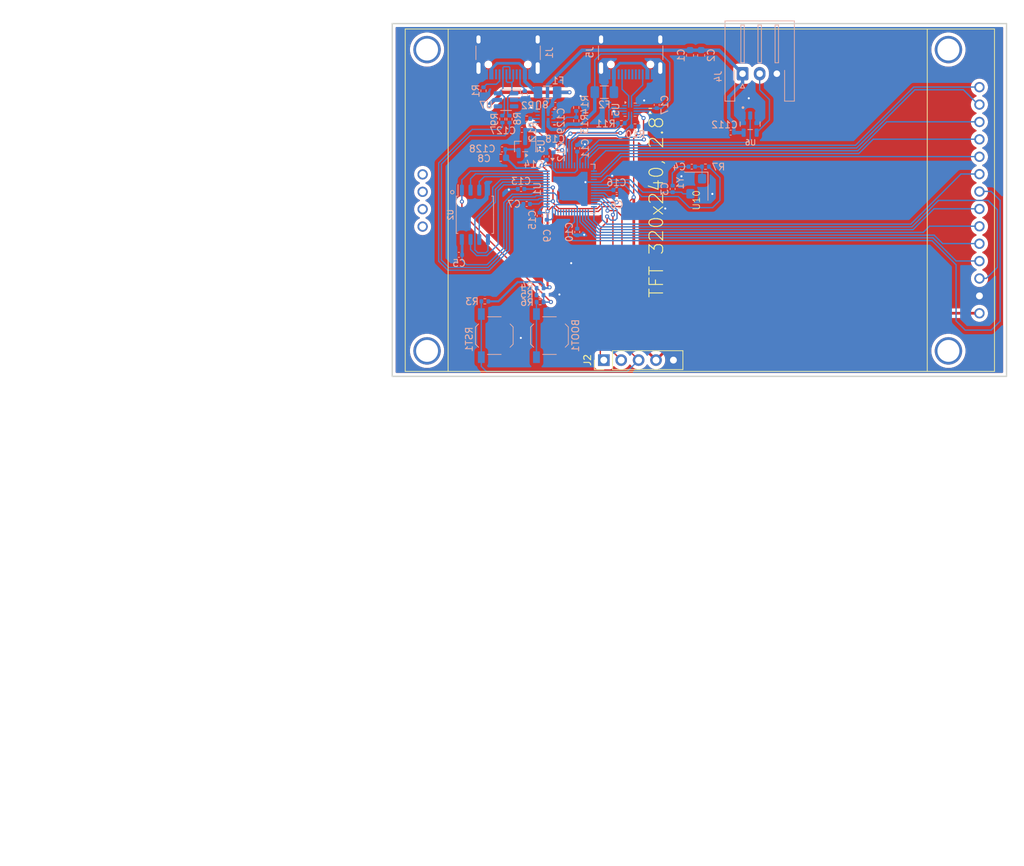
<source format=kicad_pcb>
(kicad_pcb (version 20241229) (generator "pcbnew") (generator_version "9.0")
  (layers (0 "F.Cu" signal) (2 "B.Cu" signal) (13 "F.Paste" user) (15 "B.Paste" user) (5 "F.SilkS" user "F.Silkscreen") (7 "B.SilkS" user "B.Silkscreen") (1 "F.Mask" user) (3 "B.Mask" user) (25 "Edge.Cuts" user))
  (net 0 "")
  (net 1 "Net-(BOOT1-Pad2)")
  (net 2 "+3V3")
  (net 3 "+5V")
  (net 4 "XIN")
  (net 5 "Net-(C4-Pad2)")
  (net 6 "+1V1")
  (net 7 "VBUS")
  (net 8 "VBUS_LED")
  (net 10 "Net-(J1-CC2)")
  (net 12 "D-")
  (net 13 "D+")
  (net 14 "Net-(J1-CC1)")
  (net 15 "SWD")
  (net 16 "SWC")
  (net 17 "RESET")
  (net 18 "RGB5v")
  (net 22 "CC1")
  (net 25 "CC2")
  (net 27 "Net-(R4-Pad1)")
  (net 28 "Q_SEL")
  (net 29 "XOUT")
  (net 30 "Net-(U1-USB_DP)")
  (net 31 "Net-(U1-USB_DM)")
  (net 32 "SDA")
  (net 33 "SCL")
  (net 34 "Net-(U8-ILM)")
  (net 35 "Net-(U8-PR1)")
  (net 37 "Q_IO3")
  (net 38 "Q_IO2")
  (net 39 "RGB3.3")
  (net 41 "Q_IO0")
  (net 44 "POWER_INT")
  (net 47 "DIM_DATA")
  (net 53 "Q_IO1")
  (net 55 "Q_CLK")
  (net 56 "LCD_MISO")
  (net 57 "LCD_SCK")
  (net 58 "LCD_DC")
  (net 59 "LCD_BL_PWM")
  (net 60 "LCD_MOSI")
  (net 61 "LCD_CS")
  (net 62 "LCD_RST")
  (net 68 "Net-(C3-Pad1)")
  (net 69 "GND")
  (net 70 "LCD_T_DO")
  (net 71 "LCD_T_CLK")
  (net 72 "LCD_T_CS")
  (net 73 "LCD_T_IRQ")
  (net 74 "LCD_T_DIN")
  (net 75 "VBUS_LED_SAFE")
  (net 76 "VBUS_SAFE")
  (footprint "ModHob:ILI9341_2.8in_Touch" (layer "F.Cu") (at 155.798 39.31 90)
    (property "Reference" "U10")
    (property "Value" "TFT_320x240")
  )
  (footprint "Connector_PinHeader_2.54mm:PinHeader_1x05_P2.54mm_Vertical" (layer "F.Cu") (at 141.78 62.66 90)
    (property "Reference" "J2")
    (property "Value" "Conn_01x05")
  )
  (footprint "Capacitor_SMD:C_0402_1005Metric" (layer "B.Cu") (at 132.96 29.65 -90)
    (property "Reference" "C18")
    (property "Value" "100nF")
  )
  (footprint "Package_TO_SOT_SMD:SOT-23" (layer "B.Cu") (at 130.3 31.46 90)
    (property "Reference" "U3")
    (property "Value" "XC6206PxxxMR-Regulator_Linear")
  )
  (footprint "Connector_JST:JST_XH_S3B-XH-A-1_1x03_P2.50mm_Horizontal" (layer "B.Cu") (at 162.03 20.83)
    (property "Reference" "J4")
    (property "Value" "Conn_01x03")
  )
  (footprint "Resistor_SMD:R_0402_1005Metric" (layer "B.Cu") (at 144.34 28.06)
    (property "Reference" "R11")
    (property "Value" "5.1k")
  )
  (footprint "Capacitor_SMD:C_0402_1005Metric" (layer "B.Cu") (at 129.7 37.67 180)
    (property "Reference" "C13")
    (property "Value" "100n")
  )
  (footprint "Capacitor_SMD:C_0402_1005Metric" (layer "B.Cu") (at 137.9 43.95 -90)
    (property "Reference" "C10")
    (property "Value" "100n")
  )
  (footprint "Resistor_SMD:R_0402_1005Metric" (layer "B.Cu") (at 128.01 27.47 -90)
    (property "Reference" "R8")
    (property "Value" "27")
  )
  (footprint "Resistor_SMD:R_0402_1005Metric" (layer "B.Cu") (at 130.53 27.4)
    (property "Reference" "R12")
    (property "Value" "665")
  )
  (footprint "Capacitor_SMD:C_0402_1005Metric" (layer "B.Cu") (at 133.46 42.64 -90)
    (property "Reference" "C9")
    (property "Value" "1u")
  )
  (footprint "Capacitor_SMD:C_0402_1005Metric" (layer "B.Cu") (at 120.62 47.28 180)
    (property "Reference" "C5")
    (property "Value" "1u")
  )
  (footprint "Resistor_SMD:R_0402_1005Metric" (layer "B.Cu") (at 126.97 27.46 -90)
    (property "Reference" "R9")
    (property "Value" "27")
  )
  (footprint "Keebio-Parts.pretty-master:SOIC-8_5.23x5.23mm_P1.27mm" (layer "B.Cu") (at 122.965 41.44 -90)
    (property "Reference" "U2")
    (property "Value" "W25Q128JVS")
  )
  (footprint "Resistor_SMD:R_0402_1005Metric" (layer "B.Cu") (at 132.48 54.19)
    (property "Reference" "R6")
    (property "Value" "1k")
  )
  (footprint "Capacitor_SMD:C_0402_1005Metric" (layer "B.Cu") (at 134.4175 31.84 90)
    (property "Reference" "C12")
    (property "Value" "100n")
  )
  (footprint "Resistor_SMD:R_0402_1005Metric" (layer "B.Cu") (at 146.34 28.54)
    (property "Reference" "R10")
    (property "Value" "5.1k")
  )
  (footprint "Resistor_SMD:R_0402_1005Metric" (layer "B.Cu") (at 137.76 25.77 -90)
    (property "Reference" "R14")
    (property "Value" "10k")
  )
  (footprint "Package_DFN_QFN:QFN-56-1EP_7x7mm_P0.4mm_EP3.2x3.2mm" (layer "B.Cu") (at 136.9 37.66 -90)
    (property "Reference" "U1")
    (property "Value" "RP2040")
  )
  (footprint "Resistor_SMD:R_0402_1005Metric" (layer "B.Cu") (at 156.61 34.41)
    (property "Reference" "R7")
    (property "Value" "1k")
  )
  (footprint "Crystal:Crystal_SMD_3225-4Pin_3.2x2.5mm" (layer "B.Cu") (at 155.27 37.27 -90)
    (property "Reference" "Y1")
    (property "Value" "Crystal_GND24")
  )
  (footprint "Fuse:Fuse_1206_3216Metric" (layer "B.Cu") (at 133.57 23.56 180)
    (property "Reference" "F1")
    (property "Value" "3.0A 1206 Polyfuse")
  )
  (footprint "Capacitor_SMD:C_0402_1005Metric" (layer "B.Cu") (at 137.8975 31.73 90)
    (property "Reference" "C11")
    (property "Value" "100n")
  )
  (footprint "Capacitor_SMD:C_0603_1608Metric" (layer "B.Cu") (at 126.73 33.11 180)
    (property "Reference" "C8")
    (property "Value" "10u")
  )
  (footprint "Button_Switch_SMD:SW_SPST_TL3342" (layer "B.Cu") (at 125.8 59.08 90)
    (property "Reference" "RST1")
    (property "Value" "SW_Push")
  )
  (footprint "Resistor_SMD:R_0402_1005Metric" (layer "B.Cu") (at 130.25 23.88 -90)
    (property "Reference" "R2")
    (property "Value" "5.1k")
  )
  (footprint "Capacitor_SMD:C_0402_1005Metric" (layer "B.Cu") (at 132.4175 41.6 -90)
    (property "Reference" "C15")
    (property "Value" "100n")
  )
  (footprint "Resistor_SMD:R_0402_1005Metric" (layer "B.Cu") (at 132.46 53.17 180)
    (property "Reference" "R5")
    (property "Value" "5.1k")
  )
  (footprint "Resistor_SMD:R_0402_1005Metric" (layer "B.Cu") (at 124.42 54.08)
    (property "Reference" "R3")
    (property "Value" "5.1k")
  )
  (footprint "PCM_marbastlib-various:USB_C_Receptacle_HRO_TYPE-C-31-M-12" (layer "B.Cu") (at 145.7 16.88)
    (property "Reference" "J5")
    (property "Value" "USB_C_Receptacle_USB2.0_16P")
  )
  (footprint "Capacitor_SMD:C_0402_1005Metric" (layer "B.Cu") (at 143.66 37.82)
    (property "Reference" "C16")
    (property "Value" "100n")
  )
  (footprint "Fuse:Fuse_1206_3216Metric" (layer "B.Cu") (at 141.86 23.53)
    (property "Reference" "F2")
    (property "Value" "3.0A 1206 Polyfuse")
  )
  (footprint "Capacitor_SMD:C_0402_1005Metric" (layer "B.Cu") (at 149.5 25.39 90)
    (property "Reference" "C17")
    (property "Value" "100nF")
  )
  (footprint "Capacitor_SMD:C_0402_1005Metric" (layer "B.Cu") (at 130.52 39.86 180)
    (property "Reference" "C7")
    (property "Value" "100n")
  )
  (footprint "Capacitor_SMD:C_0402_1005Metric" (layer "B.Cu") (at 143.67 38.83)
    (property "Reference" "C6")
    (property "Value" "1u")
  )
  (footprint "Capacitor_SMD:C_0402_1005Metric" (layer "B.Cu") (at 160.29 29.44 180)
    (property "Reference" "C112")
    (property "Value" "0.1uF")
  )
  (footprint "PCM_marbastlib-various:USB_C_Receptacle_HRO_TYPE-C-31-M-12" (layer "B.Cu") (at 127.81 16.88)
    (property "Reference" "J1")
    (property "Value" "USB_C_Receptacle_USB2.0_16P")
  )
  (footprint "Resistor_SMD:R_0402_1005Metric" (layer "B.Cu") (at 132.48 52.14)
    (property "Reference" "R4")
    (property "Value" "5.1k")
  )
  (footprint "TPS2121RUXT:RUX0012A" (layer "B.Cu") (at 133.28 27.150001 -90)
    (property "Reference" "U8")
    (property "Value" "TPS2121RUXT")
  )
  (footprint "Capacitor_SMD:C_0603_1608Metric" (layer "B.Cu") (at 154.37 18.16 -90)
    (property "Reference" "C1")
    (property "Value" "1000u")
  )
  (footprint "Capacitor_SMD:C_0402_1005Metric" (layer "B.Cu") (at 129.83 29.04 180)
    (property "Reference" "C127")
    (property "Value" "1uF")
  )
  (footprint "Capacitor_SMD:C_0402_1005Metric" (layer "B.Cu") (at 133.4175 32.92 90)
    (property "Reference" "C14")
    (property "Value" "100n")
  )
  (footprint "Resistor_SMD:R_0402_1005Metric" (layer "B.Cu") (at 124.22 23.33 90)
    (property "Reference" "R1")
    (property "Value" "5.1k")
  )
  (footprint "Button_Switch_SMD:SW_SPST_TL3342" (layer "B.Cu") (at 133.85 59.08 90)
    (property "Reference" "BOOT1")
    (property "Value" "SW_Push")
  )
  (footprint "Capacitor_SMD:C_0402_1005Metric" (layer "B.Cu") (at 126.93 31.88 180)
    (property "Reference" "C128")
    (property "Value" "1uF")
  )
  (footprint "Resistor_SMD:R_0402_1005Metric" (layer "B.Cu") (at 137.76 27.71 -90)
    (property "Reference" "R13")
    (property "Value" "30k")
  )
  (footprint "PCM_marbastlib-various:SOT-23-6-routable" (layer "B.Cu") (at 127.5125 24.65 180)
    (property "Reference" "U7")
    (property "Value" "SRV05-4")
  )
  (footprint "Capacitor_SMD:C_0402_1005Metric" (layer "B.Cu") (at 154.62 34.41)
    (property "Reference" "C4")
    (property "Value" "22p")
  )
  (footprint "Capacitor_SMD:C_0402_1005Metric" (layer "B.Cu") (at 134.7 25.4)
    (property "Reference" "C129")
    (property "Value" "100nF")
  )
  (footprint "Package_DFN_QFN:Texas_X2QFN-12_1.6x1.6mm_P0.4mm" (layer "B.Cu") (at 145.62 26.09 -90)
    (property "Reference" "U5")
    (property "Value" "TUSB320")
  )
  (footprint "SN74AHCT1G125DBVR:SOT95P280X145-5N" (layer "B.Cu") (at 163.14 28.19 -90)
    (property "Reference" "U6")
    (property "Value" "SN74AHCT1G125DBVR")
  )
  (footprint "Capacitor_SMD:C_0603_1608Metric" (layer "B.Cu") (at 155.99 18.16 -90)
    (property "Reference" "C2")
    (property "Value" "0.1u")
  )
  (footprint "Capacitor_SMD:C_0402_1005Metric" (layer "B.Cu") (at 151.83 37.66 -90)
    (property "Reference" "C3")
    (property "Value" "22p")
  )
  (gr_rect (start 110.9 13.51) (end 200.56 65.03) (stroke (width 0.2)) (fill no) (layer "Edge.Cuts"))
  (segment (start 131.95 62.23) (end 131.95 55.93) (width 0.2) (layer "B.Cu") (net 1))
  (segment (start 131.95 55.93) (end 131.95 54.21) (width 0.2) (layer "B.Cu") (net 1))
  (segment (start 131.95 54.21) (end 131.97 54.19) (width 0.2) (layer "B.Cu") (net 1))
  (segment (start 149.4 62.66) (end 156.25 55.81) (width 0.4) (layer "F.Cu") (net 2))
  (segment (start 146.16 38.898) (end 146.16 59.42) (width 0.4) (layer "F.Cu") (net 2))
  (segment (start 134.3429 40.23) (end 134.2775 40.23) (width 0.2) (layer "F.Cu") (net 2))
  (segment (start 133.5675 40.94) (end 133.5675 51.7375) (width 0.3) (layer "F.Cu") (net 2))
  (segment (start 135.0529 40.94) (end 134.3429 40.23) (width 0.2) (layer "F.Cu") (net 2))
  (segment (start 146.141 38.879) (end 146.141 30.229) (width 0.2) (layer "F.Cu") (net 2))
  (segment (start 134.2775 40.23) (end 133.5675 40.94) (width 0.2) (layer "F.Cu") (net 2))
  (segment (start 133.5675 51.7375) (end 133.86 52.03) (width 0.3) (layer "F.Cu") (net 2))
  (segment (start 146.141 30.229) (end 146.85 29.52) (width 0.2) (layer "F.Cu") (net 2))
  (segment (start 133.5675 40.94) (end 133.5675 35.06) (width 0.2) (layer "F.Cu") (net 2))
  (segment (start 140.9771 40.94) (end 135.0529 40.94) (width 0.2) (layer "F.Cu") (net 2))
  (segment (start 144.79 40.23) (end 141.6871 40.23) (width 0.2) (layer "F.Cu") (net 2))
  (segment (start 146.141 38.879) (end 146.16 38.898) (width 0.3) (layer "F.Cu") (net 2))
  (segment (start 133.5675 35.06) (end 132.7275 34.22) (width 0.2) (layer "F.Cu") (net 2))
  (segment (start 141.6871 40.23) (end 140.9771 40.94) (width 0.2) (layer "F.Cu") (net 2))
  (segment (start 156.25 55.81) (end 196.39 55.81) (width 0.4) (layer "F.Cu") (net 2))
  (segment (start 146.141 38.879) (end 144.79 40.23) (width 0.2) (layer "F.Cu") (net 2))
  (segment (start 196.39 55.81) (end 196.4 55.8) (width 0.4) (layer "F.Cu") (net 2))
  (segment (start 146.16 59.42) (end 149.4 62.66) (width 0.4) (layer "F.Cu") (net 2))
  (via (at 133.5675 40.94) (size 0.6) (drill 0.3) (layers "F.Cu" "B.Cu") (net 2))
  (via (at 132.7275 34.22) (size 0.6) (drill 0.3) (layers "F.Cu" "B.Cu") (net 2))
  (via (at 146.85 29.52) (size 0.6) (drill 0.3) (layers "F.Cu" "B.Cu") (net 2))
  (via (at 133.86 52.03) (size 0.6) (drill 0.3) (layers "F.Cu" "B.Cu") (net 2))
  (via (at 146.141 38.879) (size 0.6) (drill 0.3) (layers "F.Cu" "B.Cu") (net 2))
  (segment (start 135.4325 39.96) (end 134.96 39.4875) (width 0.2) (layer "B.Cu") (net 2))
  (segment (start 136.815077 28.83645) (end 143.43645 28.83645) (width 0.2) (layer "B.Cu") (net 2))
  (segment (start 134.2975 34.22) (end 134.3 34.2225) (width 0.2) (layer "B.Cu") (net 2))
  (segment (start 132.99 51.66) (end 132.99 52.14) (width 0.3) (layer "B.Cu") (net 2))
  (segment (start 137.5975 39.96) (end 137.9 40.2625) (width 0.2) (layer "B.Cu") (net 2))
  (segment (start 134.96 38.66) (end 134.96 39.4875) (width 0.2) (layer "B.Cu") (net 2))
  (segment (start 135.899 30.8385) (end 135.899 29.752527) (width 0.2) (layer "B.Cu") (net 2))
  (segment (start 142.991057 25.709) (end 142.52 26.180057) (width 0.2) (layer "B.Cu") (net 2))
  (segment (start 137.9 41.0975) (end 137.9 43.47) (width 0.2) (layer "B.Cu") (net 2))
  (segment (start 132.79 40.26) (end 133.4625 40.26) (width 0.2) (layer "B.Cu") (net 2))
  (segment (start 132.4175 41.12) (end 133.3875 41.12) (width 0.2) (layer "B.Cu") (net 2))
  (segment (start 137.9 33.6725) (end 137.8975 33.67) (width 0.2) (layer "B.Cu") (net 2))
  (segment (start 133.4625 38.26) (end 134.56 38.26) (width 0.2) (layer "B.Cu") (net 2))
  (segment (start 143.488943 25.709) (end 142.991057 25.709) (width 0.2) (layer "B.Cu") (net 2))
  (segment (start 129.21 51.26) (end 132.59 51.26) (width 0.3) (layer "B.Cu") (net 2))
  (segment (start 121.1 45.08) (end 121.06 45.04) (width 0.2) (layer "B.Cu") (net 2))
  (segment (start 137.9 34.9275) (end 137.5575 35.27) (width 0.2) (layer "B.Cu") (net 2))
  (segment (start 121.1 48.08) (end 121.1 47.28) (width 0.2) (layer "B.Cu") (net 2))
  (segment (start 146.85 29.52) (end 146.85 28.54) (width 0.2) (layer "B.Cu") (net 2))
  (segment (start 124.7239 48.729) (end 121.749 48.729) (width 0.2) (layer "B.Cu") (net 2))
  (segment (start 143.14 37.86) (end 143.84 37.16) (width 0.2) (layer "B.Cu") (net 2))
  (segment (start 132.4175 40.6325) (end 132.79 40.26) (width 0.2) (layer "B.Cu") (net 2))
  (segment (start 126.39 54.08) (end 129.21 51.26) (width 0.3) (layer "B.Cu") (net 2))
  (segment (start 146.141 38.42953) (end 146.141 38.879) (width 0.2) (layer "B.Cu") (net 2))
  (segment (start 143.43645 28.83645) (end 143.83 28.4429) (width 0.2) (layer "B.Cu") (net 2))
  (segment (start 137.5975 39.96) (end 135.4325 39.96) (width 0.2) (layer "B.Cu") (net 2))
  (segment (start 132.4175 41.12) (end 132.4175 40.6325) (width 0.2) (layer "B.Cu") (net 2))
  (segment (start 129.004 34.609) (end 132.3385 34.609) (width 0.3) (layer "B.Cu") (net 2))
  (segment (start 134.4175 32.32) (end 134.299 32.4385) (width 0.2) (layer "B.Cu") (net 2))
  (segment (start 134.3 41.0975) (end 134.3 40.48) (width 0.2) (layer "B.Cu") (net 2))
  (segment (start 133.4175 33.4) (end 133.4175 33.53) (width 0.2) (layer "B.Cu") (net 2))
  (segment (start 129.35 32.3975) (end 128.8325 31.88) (width 0.3) (layer "B.Cu") (net 2))
  (segment (start 134.82 39.96) (end 135.4325 39.96) (width 0.2) (layer "B.Cu") (net 2))
  (segment (start 143.83 28.4429) (end 143.83 28.06) (width 0.2) (layer "B.Cu") (net 2))
  (segment (start 134.3 41.92) (end 134.3 41.0975) (width 0.2) (layer "B.Cu") (net 2))
  (segment (start 134.4175 32.32) (end 135.899 30.8385) (width 0.2) (layer "B.Cu") (net 2))
  (segment (start 134.3 40.48) (end 134.82 39.96) (width 0.2) (layer "B.Cu") (net 2))
  (segment (start 121.1 47.28) (end 121.1 45.08) (width 0.4) (layer "B.Cu") (net 2))
  (segment (start 133.4625 38.26) (end 131.389 38.26) (width 0.2) (layer "B.Cu") (net 2))
  (segment (start 134.812226 35.27) (end 134.3 34.757774) (width 0.2) (layer "B.Cu") (net 2))
  (segment (start 131.23 38.419) (end 128.4139 38.419) (width 0.2) (layer "B.Cu") (net 2))
  (segment (start 133.4625 37.86) (end 133.4625 38.26) (width 0.2) (layer "B.Cu") (net 2))
  (segment (start 143.669943 25.89) (end 143.488943 25.709) (width 0.2) (layer "B.Cu") (net 2))
  (segment (start 132.3385 34.609) (end 132.7275 34.22) (width 0.3) (layer "B.Cu") (net 2))
  (segment (start 133.4175 33.53) (end 132.7275 34.22) (width 0.2) (layer "B.Cu") (net 2))
  (segment (start 132.7275 34.22) (end 134.2975 34.22) (width 0.2) (layer "B.Cu") (net 2))
  (segment (start 144.87147 37.16) (end 146.141 38.42953) (width 0.2) (layer "B.Cu") (net 2))
  (segment (start 137.5575 35.27) (end 134.812226 35.27) (width 0.2) (layer "B.Cu") (net 2))
  (segment (start 121.749 48.729) (end 121.1 48.08) (width 0.2) (layer "B.Cu") (net 2))
  (segment (start 127.19 46.2629) (end 124.7239 48.729) (width 0.2) (layer "B.Cu") (net 2))
  (segment (start 144.795 25.89) (end 143.669943 25.89) (width 0.2) (layer "B.Cu") (net 2))
  (segment (start 131.389 38.26) (end 131.23 38.419) (width 0.2) (layer "B.Cu") (net 2))
  (segment (start 128.4139 38.419) (end 127.19 39.6429) (width 0.2) (layer "B.Cu") (net 2))
  (segment (start 142.52 26.180057) (end 142.52 27.61) (width 0.2) (layer "B.Cu") (net 2))
  (segment (start 132.99 52.14) (end 133.75 52.14) (width 0.3) (layer "B.Cu") (net 2))
  (segment (start 134.3 34.757774) (end 134.3 34.2225) (width 0.2) (layer "B.Cu") (net 2))
  (segment (start 133.5675 42.0525) (end 133.46 42.16) (width 0.2) (layer "B.Cu") (net 2))
  (segment (start 128.8325 31.88) (end 127.41 31.88) (width 0.3) (layer "B.Cu") (net 2))
  (segment (start 134.06 42.16) (end 134.3 41.92) (width 0.2) (layer "B.Cu") (net 2))
  (segment (start 134.56 38.26) (end 134.96 38.66) (width 0.2) (layer "B.Cu") (net 2))
  (segment (start 127.19 39.6429) (end 127.19 46.2629) (width 0.2) (layer "B.Cu") (net 2))
  (segment (start 132.59 51.26) (end 132.99 51.66) (width 0.3) (layer "B.Cu") (net 2))
  (segment (start 127.505 33.11) (end 129.004 34.609) (width 0.3) (layer "B.Cu") (net 2))
  (segment (start 135.899 29.752527) (end 136.815077 28.83645) (width 0.2) (layer "B.Cu") (net 2))
  (segment (start 137.8975 33.67) (end 137.8975 32.21) (width 0.2) (layer "B.Cu") (net 2))
  (segment (start 143.84 37.16) (end 144.87147 37.16) (width 0.2) (layer "B.Cu") (net 2))
  (segment (start 133.4625 40.26) (end 133.4625 39.961) (width 0.2) (layer "B.Cu") (net 2))
  (segment (start 142.97 28.06) (end 143.83 28.06) (width 0.2) (layer "B.Cu") (net 2))
  (segment (start 134.299 32.4385) (end 134.299 34.2225) (width 0.2) (layer "B.Cu") (net 2))
  (segment (start 133.75 52.14) (end 133.86 52.03) (width 0.2) (layer "B.Cu") (net 2))
  (segment (start 142.52 27.61) (end 142.97 28.06) (width 0.2) (layer "B.Cu") (net 2))
  (segment (start 124.93 54.08) (end 126.39 54.08) (width 0.3) (layer "B.Cu") (net 2))
  (segment (start 129.36 32.4075) (end 129.35 32.3975) (width 0.3) (layer "B.Cu") (net 2))
  (segment (start 137.9 34.2225) (end 137.9 33.6725) (width 0.2) (layer "B.Cu") (net 2))
  (segment (start 137.9 40.2625) (end 137.9 41.0975) (width 0.2) (layer "B.Cu") (net 2))
  (segment (start 127.41 31.88) (end 127.41 33.015) (width 0.3) (layer "B.Cu") (net 2))
  (segment (start 133.46 42.16) (end 134.06 42.16) (width 0.2) (layer "B.Cu") (net 2))
  (segment (start 127.41 33.015) (end 127.505 33.11) (width 0.3) (layer "B.Cu") (net 2))
  (segment (start 133.3875 41.12) (end 133.5675 40.94) (width 0.2) (layer "B.Cu") (net 2))
  (segment (start 133.5675 40.94) (end 133.5675 42.0525) (width 0.2) (layer "B.Cu") (net 2))
  (segment (start 140.3375 37.86) (end 143.14 37.86) (width 0.2) (layer "B.Cu") (net 2))
  (segment (start 137.9 34.2225) (end 137.9 34.9275) (width 0.2) (layer "B.Cu") (net 2))
  (segment (start 132.96 29.17) (end 131.6525 29.17) (width 0.5) (layer "B.Cu") (net 3))
  (segment (start 131.6525 29.17) (end 131.5225 29.04) (width 0.5) (layer "B.Cu") (net 3))
  (segment (start 160.77 28.025) (end 160.77 29.44) (width 0.5) (layer "B.Cu") (net 3))
  (segment (start 138.62 17.4) (end 158.6 17.4) (width 0.5) (layer "B.Cu") (net 3))
  (segment (start 130.31 29.04) (end 130.31 30.5125) (width 0.5) (layer "B.Cu") (net 3))
  (segment (start 160.02 27.275) (end 160.77 28.025) (width 0.5) (layer "B.Cu") (net 3))
  (segment (start 162.03 20.83) (end 162.03 22.22) (width 0.5) (layer "B.Cu") (net 3))
  (segment (start 132.955002 26.475001) (end 132.955002 27.825001) (width 0.5) (layer "B.Cu") (net 3))
  (segment (start 131.5225 29.04) (end 130.31 29.04) (width 0.5) (layer "B.Cu") (net 3))
  (segment (start 160.77 29.44) (end 162.185 29.44) (width 0.5) (layer "B.Cu") (net 3))
  (segment (start 133.56 24.91) (end 133.56 22.46) (width 0.5) (layer "B.Cu") (net 3))
  (segment (start 160.02 24.23) (end 160.02 27.275) (width 0.5) (layer "B.Cu") (net 3))
  (segment (start 132.955002 27.825001) (end 132.955002 29.165002) (width 0.5) (layer "B.Cu") (net 3))
  (segment (start 162.185 29.44) (end 162.19 29.445) (width 0.5) (layer "B.Cu") (net 3))
  (segment (start 133.56 22.46) (end 138.62 17.4) (width 0.5) (layer "B.Cu") (net 3))
  (segment (start 132.955002 26.475001) (end 132.955002 25.514998) (width 0.5) (layer "B.Cu") (net 3))
  (segment (start 162.03 22.22) (end 160.02 24.23) (width 0.5) (layer "B.Cu") (net 3))
  (segment (start 158.6 17.4) (end 162.03 20.83) (width 0.5) (layer "B.Cu") (net 3))
  (segment (start 132.955002 29.165002) (end 132.96 29.17) (width 0.5) (layer "B.Cu") (net 3))
  (segment (start 132.955002 25.514998) (end 133.56 24.91) (width 0.5) (layer "B.Cu") (net 3))
  (segment (start 130.31 30.5125) (end 130.3 30.5225) (width 0.5) (layer "B.Cu") (net 3))
  (segment (start 153.35 38.37) (end 153.12 38.14) (width 0.2) (layer "B.Cu") (net 4))
  (segment (start 147.47 38.14) (end 146.06 36.73) (width 0.2) (layer "B.Cu") (net 4))
  (segment (start 145.65 36.33) (end 142.9 36.33) (width 0.2) (layer "B.Cu") (net 4))
  (segment (start 153.12 38.14) (end 147.47 38.14) (width 0.2) (layer "B.Cu") (net 4))
  (segment (start 154.42 38.37) (end 153.35 38.37) (width 0.2) (layer "B.Cu") (net 4))
  (segment (start 146.06 36.73) (end 146.05 36.73) (width 0.2) (layer "B.Cu") (net 4))
  (segment (start 146.05 36.73) (end 145.65 36.33) (width 0.2) (layer "B.Cu") (net 4))
  (segment (start 142.17 37.06) (end 140.3375 37.06) (width 0.2) (layer "B.Cu") (net 4))
  (segment (start 142.9 36.33) (end 142.17 37.06) (width 0.2) (layer "B.Cu") (net 4))
  (segment (start 155.1 34.41) (end 156.1 34.41) (width 0.2) (layer "B.Cu") (net 5))
  (segment (start 156.12 36.17) (end 156.12 34.43) (width 0.2) (layer "B.Cu") (net 5))
  (segment (start 134.36 37.47) (end 134.35 37.46) (width 0.2) (layer "F.Cu") (net 6))
  (segment (start 134.36 39.68) (end 134.36 39.469088) (width 0.2) (layer "F.Cu") (net 6))
  (segment (start 141.72 39.63) (end 140.811 40.539) (width 0.2) (layer "F.Cu") (net 6))
  (segment (start 140.811 40.539) (end 135.219 40.539) (width 0.2) (layer "F.Cu") (net 6))
  (segment (start 143.63951 39.63) (end 141.72 39.63) (width 0.2) (layer "F.Cu") (net 6))
  (segment (start 143.649755 39.619755) (end 143.63951 39.63) (width 0.2) (layer "F.Cu") (net 6))
  (segment (start 135.219 40.539) (end 134.36 39.68) (width 0.2) (layer "F.Cu") (net 6))
  (segment (start 134.36 39.469088) (end 134.36 37.47) (width 0.2) (layer "F.Cu") (net 6))
  (via (at 143.649755 39.619755) (size 0.6) (drill 0.3) (layers "F.Cu" "B.Cu") (net 6))
  (via (at 134.35 37.46) (size 0.6) (drill 0.3) (layers "F.Cu" "B.Cu") (net 6))
  (via (at 134.36 39.469088) (size 0.6) (drill 0.3) (layers "F.Cu" "B.Cu") (net 6))
  (segment (start 142.45 38.83) (end 141.88 38.26) (width 0.2) (layer "B.Cu") (net 6))
  (segment (start 143.13 39.1) (end 143.13 38.89) (width 0.2) (layer "B.Cu") (net 6))
  (segment (start 143.649755 39.619755) (end 143.13 39.1) (width 0.2) (layer "B.Cu") (net 6))
  (segment (start 132.68 39.46) (end 132.29 39.85) (width 0.2) (layer "B.Cu") (net 6))
  (segment (start 134.35 37.46) (end 133.4625 37.46) (width 0.2) (layer "B.Cu") (net 6))
  (segment (start 133.4625 37.46) (end 131.77 37.46) (width 0.2) (layer "B.Cu") (net 6))
  (segment (start 143.19 38.83) (end 142.45 38.83) (width 0.2) (layer "B.Cu") (net 6))
  (segment (start 141.88 38.26) (end 140.3375 38.26) (width 0.2) (layer "B.Cu") (net 6))
  (segment (start 131.01 39.85) (end 131 39.86) (width 0.2) (layer "B.Cu") (net 6))
  (segment (start 131.77 37.46) (end 131.56 37.67) (width 0.2) (layer "B.Cu") (net 6))
  (segment (start 143.13 38.89) (end 143.19 38.83) (width 0.2) (layer "B.Cu") (net 6))
  (segment (start 133.4625 39.46) (end 132.68 39.46) (width 0.2) (layer "B.Cu") (net 6))
  (segment (start 134.350912 39.46) (end 134.36 39.469088) (width 0.2) (layer "B.Cu") (net 6))
  (segment (start 131.56 37.67) (end 130.18 37.67) (width 0.2) (layer "B.Cu") (net 6))
  (segment (start 133.4625 39.46) (end 134.350912 39.46) (width 0.2) (layer "B.Cu") (net 6))
  (segment (start 132.29 39.85) (end 131.01 39.85) (width 0.2) (layer "B.Cu") (net 6))
  (segment (start 130.26 21.952) (end 131.868 23.56) (width 0.5) (layer "B.Cu") (net 7))
  (segment (start 129.409 19.309) (end 130.26 20.16) (width 0.4) (layer "B.Cu") (net 7))
  (segment (start 130.26 20.16) (end 130.26 20.925) (width 0.4) (layer "B.Cu") (net 7))
  (segment (start 125.36 20.15) (end 126.201 19.309) (width 0.4) (layer "B.Cu") (net 7))
  (segment (start 131.868 23.56) (end 132.17 23.56) (width 0.5) (layer "B.Cu") (net 7))
  (segment (start 126.201 19.309) (end 129.409 19.309) (width 0.4) (layer "B.Cu") (net 7))
  (segment (start 130.26 20.925) (end 130.26 21.952) (width 0.5) (layer "B.Cu") (net 7))
  (segment (start 125.36 20.925) (end 125.36 20.15) (width 0.4) (layer "B.Cu") (net 7))
  (segment (start 144.131 19.299) (end 147.289 19.299) (width 0.4) (layer "B.Cu") (net 8))
  (segment (start 143.25 23.52) (end 143.26 23.53) (width 0.2) (layer "B.Cu") (net 8))
  (segment (start 143.24 20.19) (end 144.131 19.299) (width 0.4) (layer "B.Cu") (net 8))
  (segment (start 147.289 19.299) (end 148.14 20.15) (width 0.4) (layer "B.Cu") (net 8))
  (segment (start 143.25 20.925) (end 143.25 23.52) (width 0.5) (layer "B.Cu") (net 8))
  (segment (start 143.24 20.915) (end 143.24 20.19) (width 0.4) (layer "B.Cu") (net 8))
  (segment (start 130.25 23.08) (end 130.25 23.37) (width 0.2) (layer "B.Cu") (net 10))
  (segment (start 129.56 20.925) (end 129.56 22.39) (width 0.2) (layer "B.Cu") (net 10))
  (segment (start 129.56 22.39) (end 130.25 23.08) (width 0.2) (layer "B.Cu") (net 10))
  (segment (start 127.2635 24.2035) (end 127.2635 26.6565) (width 0.2) (layer "B.Cu") (net 12))
  (segment (start 127.2635 26.6565) (end 126.97 26.95) (width 0.2) (layer "B.Cu") (net 12))
  (segment (start 126.76 23.7) (end 127.2635 24.2035) (width 0.2) (layer "B.Cu") (net 12))
  (segment (start 128.06 20.925) (end 128.06 19.948) (width 0.2) (layer "B.Cu") (net 12))
  (segment (start 127.198 19.81) (end 127.06 19.948) (width 0.2) (layer "B.Cu") (net 12))
  (segment (start 127.06 22.9775) (end 126.3375 23.7) (width 0.2) (layer "B.Cu") (net 12))
  (segment (start 127.06 20.925) (end 127.06 22.9775) (width 0.2) (layer "B.Cu") (net 12))
  (segment (start 127.06 19.948) (end 127.06 20.925) (width 0.2) (layer "B.Cu") (net 12))
  (segment (start 127.922 19.81) (end 127.198 19.81) (width 0.2) (layer "B.Cu") (net 12))
  (segment (start 128.06 19.948) (end 127.922 19.81) (width 0.2) (layer "B.Cu") (net 12))
  (segment (start 126.3375 23.7) (end 126.76 23.7) (width 0.2) (layer "B.Cu") (net 12))
  (segment (start 127.56 21.95) (end 127.71 22.1) (width 0.2) (layer "B.Cu") (net 13))
  (segment (start 128.362 22.1) (end 128.362 23.3745) (width 0.2) (layer "B.Cu") (net 13))
  (segment (start 127.7615 24.1985) (end 127.7615 26.7115) (width 0.2) (layer "B.Cu") (net 13))
  (segment (start 128.6875 23.7) (end 128.26 23.7) (width 0.2) (layer "B.Cu") (net 13))
  (segment (start 128.26 23.7) (end 127.7615 24.1985) (width 0.2) (layer "B.Cu") (net 13))
  (segment (start 127.71 22.1) (end 128.362 22.1) (width 0.2) (layer "B.Cu") (net 13))
  (segment (start 127.56 20.925) (end 127.56 21.95) (width 0.2) (layer "B.Cu") (net 13))
  (segment (start 128.56 21.902) (end 128.56 20.925) (width 0.2) (layer "B.Cu") (net 13))
  (segment (start 127.7615 26.7115) (end 128.01 26.96) (width 0.2) (layer "B.Cu") (net 13))
  (segment (start 128.362 22.1) (end 128.56 21.902) (width 0.2) (layer "B.Cu") (net 13))
  (segment (start 128.362 23.3745) (end 128.6875 23.7) (width 0.2) (layer "B.Cu") (net 13))
  (segment (start 126.092 22.37) (end 124.67 22.37) (width 0.2) (layer "B.Cu") (net 14))
  (segment (start 126.56 21.902) (end 126.092 22.37) (width 0.2) (layer "B.Cu") (net 14))
  (segment (start 124.67 22.37) (end 124.22 22.82) (width 0.2) (layer "B.Cu") (net 14))
  (segment (start 126.56 20.925) (end 126.56 21.902) (width 0.2) (layer "B.Cu") (net 14))
  (segment (start 143.11 61.45) (end 144.32 62.66) (width 0.2) (layer "F.Cu") (net 15))
  (segment (start 143.11 41.43) (end 143.11 61.45) (width 0.2) (layer "F.Cu") (net 15))
  (via (at 143.11 41.43) (size 0.6) (drill 0.3) (layers "F.Cu" "B.Cu") (net 15))
  (segment (start 143.22 41.32) (end 143.22 40.79) (width 0.2) (layer "B.Cu") (net 15))
  (segment (start 143.11 41.43) (end 143.22 41.32) (width 0.2) (layer "B.Cu") (net 15))
  (segment (start 141.49 39.06) (end 140.3375 39.06) (width 0.2) (layer "B.Cu") (net 15))
  (segment (start 143.22 40.79) (end 141.49 39.06) (width 0.2) (layer "B.Cu") (net 15))
  (segment (start 142.26 41.69) (end 142.26 42.47) (width 0.2) (layer "F.Cu") (net 16))
  (segment (start 141.27 43.46) (end 141.27 62.15) (width 0.2) (layer "F.Cu") (net 16))
  (segment (start 142.26 42.47) (end 141.27 43.46) (width 0.2) (layer "F.Cu") (net 16))
  (segment (start 141.27 62.15) (end 141.78 62.66) (width 0.2) (layer "F.Cu") (net 16))
  (via (at 142.26 41.69) (size 0.6) (drill 0.3) (layers "F.Cu" "B.Cu") (net 16))
  (segment (start 142.26 41.69) (end 142.79 42.22) (width 0.2) (layer "B.Cu") (net 16))
  (segment (start 143.71 41.962185) (end 143.71 40.71) (width 0.2) (layer "B.Cu") (net 16))
  (segment (start 142.79 42.22) (end 143.452185 42.22) (width 0.2) (layer "B.Cu") (net 16))
  (segment (start 141.66 38.66) (end 140.3375 38.66) (width 0.2) (layer "B.Cu") (net 16))
  (segment (start 143.452185 42.22) (end 143.71 41.962185) (width 0.2) (layer "B.Cu") (net 16))
  (segment (start 143.71 40.71) (end 141.66 38.66) (width 0.2) (layer "B.Cu") (net 16))
  (segment (start 144.43 60.23) (end 146.86 62.66) (width 0.2) (layer "F.Cu") (net 17))
  (segment (start 144.43 41.65) (end 144.43 60.23) (width 0.2) (layer "F.Cu") (net 17))
  (segment (start 142.32 40.83) (end 143.61 40.83) (width 0.2) (layer "F.Cu") (net 17))
  (segment (start 143.61 40.83) (end 144.43 41.65) (width 0.2) (layer "F.Cu") (net 17))
  (via (at 142.32 40.83) (size 0.6) (drill 0.3) (layers "F.Cu" "B.Cu") (net 17))
  (segment (start 141.32 39.46) (end 140.3375 39.46) (width 0.2) (layer "B.Cu") (net 17))
  (segment (start 123.9 62.23) (end 123.9 63.57) (width 0.2) (layer "B.Cu") (net 17))
  (segment (start 145.2 64.32) (end 146.86 62.66) (width 0.2) (layer "B.Cu") (net 17))
  (segment (start 123.9 62.23) (end 123.9 55.93) (width 0.2) (layer "B.Cu") (net 17))
  (segment (start 123.91 55.92) (end 123.9 55.93) (width 0.2) (layer "B.Cu") (net 17))
  (segment (start 142.32 40.83) (end 142.32 40.46) (width 0.2) (layer "B.Cu") (net 17))
  (segment (start 123.91 54.08) (end 123.91 55.92) (width 0.2) (layer "B.Cu") (net 17))
  (segment (start 124.65 64.32) (end 145.2 64.32) (width 0.2) (layer "B.Cu") (net 17))
  (segment (start 123.9 63.57) (end 124.65 64.32) (width 0.2) (layer "B.Cu") (net 17))
  (segment (start 142.32 40.46) (end 141.32 39.46) (width 0.2) (layer "B.Cu") (net 17))
  (segment (start 165.95 24.61) (end 164.53 23.19) (width 0.2) (layer "B.Cu") (net 18))
  (segment (start 164.09 29.445) (end 165.95 27.585) (width 0.2) (layer "B.Cu") (net 18))
  (segment (start 165.95 27.585) (end 165.95 24.61) (width 0.2) (layer "B.Cu") (net 18))
  (segment (start 164.53 23.19) (end 164.53 20.83) (width 0.2) (layer "B.Cu") (net 18))
  (segment (start 145.42 24.08) (end 145.42 25.365) (width 0.2) (layer "B.Cu") (net 22))
  (segment (start 144.45 20.925) (end 144.45 23.11) (width 0.2) (layer "B.Cu") (net 22))
  (segment (start 144.45 23.11) (end 145.42 24.08) (width 0.2) (layer "B.Cu") (net 22))
  (segment (start 145.82 25.365) (end 145.82 24.11) (width 0.2) (layer "B.Cu") (net 25))
  (segment (start 147.45 22.48) (end 147.45 20.925) (width 0.2) (layer "B.Cu") (net 25))
  (segment (start 145.82 24.11) (end 147.45 22.48) (width 0.2) (layer "B.Cu") (net 25))
  (segment (start 131.95 53.17) (end 131.95 52.16) (width 0.2) (layer "B.Cu") (net 27))
  (segment (start 131.95 52.16) (end 131.97 52.14) (width 0.2) (layer "B.Cu") (net 27))
  (segment (start 134.06 54.17) (end 121.07 41.18) (width 0.2) (layer "F.Cu") (net 28))
  (segment (start 121.07 41.18) (end 121.07 39.51) (width 0.2) (layer "F.Cu") (net 28))
  (via (at 134.06 54.17) (size 0.6) (drill 0.3) (layers "F.Cu" "B.Cu") (net 28))
  (via (at 121.07 39.51) (size 0.6) (drill 0.3) (layers "F.Cu" "B.Cu") (net 28))
  (segment (start 132.99 54.19) (end 132.99 53.19) (width 0.2) (layer "B.Cu") (net 28))
  (segment (start 121.06 36.34) (end 122.341 35.059) (width 0.2) (layer "B.Cu") (net 28))
  (segment (start 133.4625 35.06) (end 124.71145 35.06) (width 0.2) (layer "B.Cu") (net 28))
  (segment (start 122.341 35.059) (end 124.91 35.059) (width 0.2) (layer "B.Cu") (net 28))
  (segment (start 134.04 54.19) (end 132.99 54.19) (width 0.2) (layer "B.Cu") (net 28))
  (segment (start 134.06 54.17) (end 134.04 54.19) (width 0.2) (layer "B.Cu") (net 28))
  (segment (start 132.99 53.19) (end 132.97 53.17) (width 0.2) (layer "B.Cu") (net 28))
  (segment (start 121.06 37.84) (end 121.06 36.34) (width 0.2) (layer "B.Cu") (net 28))
  (segment (start 121.07 37.85) (end 121.06 37.84) (width 0.2) (layer "B.Cu") (net 28))
  (segment (start 121.07 39.51) (end 121.07 37.85) (width 0.2) (layer "B.Cu") (net 28))
  (segment (start 152.65 38.77) (end 154.27 40.39) (width 0.2) (layer "B.Cu") (net 29))
  (segment (start 142.41 37.46) (end 143.13 36.74) (width 0.2) (layer "B.Cu") (net 29))
  (segment (start 145.3 36.74) (end 147.33 38.77) (width 0.2) (layer "B.Cu") (net 29))
  (segment (start 143.13 36.74) (end 145.3 36.74) (width 0.2) (layer "B.Cu") (net 29))
  (segment (start 158.73 36.02) (end 157.12 34.41) (width 0.2) (layer "B.Cu") (net 29))
  (segment (start 157.66 40.39) (end 158.73 39.32) (width 0.2) (layer "B.Cu") (net 29))
  (segment (start 147.33 38.77) (end 152.65 38.77) (width 0.2) (layer "B.Cu") (net 29))
  (segment (start 140.3375 37.46) (end 142.41 37.46) (width 0.2) (layer "B.Cu") (net 29))
  (segment (start 154.27 40.39) (end 157.66 40.39) (width 0.2) (layer "B.Cu") (net 29))
  (segment (start 158.73 39.32) (end 158.73 36.02) (width 0.2) (layer "B.Cu") (net 29))
  (segment (start 124.89 49.13) (end 119.16 49.13) (width 0.2) (layer "B.Cu") (net 30))
  (segment (start 122.23 29.88) (end 127.35 29.88) (width 0.2) (layer "B.Cu") (net 30))
  (segment (start 127.591 39.809) (end 127.591 46.429) (width 0.2) (layer "B.Cu") (net 30))
  (segment (start 128.01 29.22) (end 128.01 27.98) (width 0.2) (layer "B.Cu") (net 30))
  (segment (start 131.91 38.66) (end 131.75 38.82) (width 0.2) (layer "B.Cu") (net 30))
  (segment (start 118.08 48.05) (end 118.08 34.03) (width 0.2) (layer "B.Cu") (net 30))
  (segment (start 133.4625 38.66) (end 131.91 38.66) (width 0.2) (layer "B.Cu") (net 30))
  (segment (start 119.16 49.13) (end 118.08 48.05) (width 0.2) (layer "B.Cu") (net 30))
  (segment (start 131.75 38.82) (end 128.58 38.82) (width 0.2) (layer "B.Cu") (net 30))
  (segment (start 118.08 34.03) (end 122.23 29.88) (width 0.2) (layer "B.Cu") (net 30))
  (segment (start 127.591 46.429) (end 124.89 49.13) (width 0.2) (layer "B.Cu") (net 30))
  (segment (start 128.58 38.82) (end 127.591 39.809) (width 0.2) (layer "B.Cu") (net 30))
  (segment (start 127.35 29.88) (end 128.01 29.22) (width 0.2) (layer "B.Cu") (net 30))
  (segment (start 118.9939 49.531) (end 117.679 48.2161) (width 0.2) (layer "B.Cu") (net 31))
  (segment (start 122.5729 28.97) (end 126.65 28.97) (width 0.2) (layer "B.Cu") (net 31))
  (segment (start 117.679 33.8639) (end 122.5729 28.97) (width 0.2) (layer "B.Cu") (net 31))
  (segment (start 126.97 28.65) (end 126.97 27.97) (width 0.2) (layer "B.Cu") (net 31))
  (segment (start 133.4625 39.06) (end 132.37 39.06) (width 0.2) (layer "B.Cu") (net 31))
  (segment (start 128.01 40.21) (end 128.01 46.5771) (width 0.2) (layer "B.Cu") (net 31))
  (segment (start 128.01 46.5771) (end 125.0561 49.531) (width 0.2) (layer "B.Cu") (net 31))
  (segment (start 132.181 39.249) (end 128.971 39.249) (width 0.2) (layer "B.Cu") (net 31))
  (segment (start 126.65 28.97) (end 126.97 28.65) (width 0.2) (layer "B.Cu") (net 31))
  (segment (start 128.971 39.249) (end 128.01 40.21) (width 0.2) (layer "B.Cu") (net 31))
  (segment (start 132.37 39.06) (end 132.181 39.249) (width 0.2) (layer "B.Cu") (net 31))
  (segment (start 117.679 48.2161) (end 117.679 33.8639) (width 0.2) (layer "B.Cu") (net 31))
  (segment (start 125.0561 49.531) (end 118.9939 49.531) (width 0.2) (layer "B.Cu") (net 31))
  (segment (start 137.007205 29.494265) (end 144.194265 29.494265) (width 0.2) (layer "F.Cu") (net 32))
  (segment (start 136.910735 29.590735) (end 137.007205 29.494265) (width 0.2) (layer "F.Cu") (net 32))
  (via (at 144.194265 29.494265) (size 0.6) (drill 0.3) (layers "F.Cu" "B.Cu") (net 32))
  (via (at 136.910735 29.590735) (size 0.6) (drill 0.3) (layers "F.Cu" "B.Cu") (net 32))
  (segment (start 144.194265 29.494265) (end 144.565735 29.494265) (width 0.2) (layer "B.Cu") (net 32))
  (segment (start 145.52 28.54) (end 145.69 28.54) (width 0.2) (layer "B.Cu") (net 32))
  (segment (start 145.821 28.409) (end 145.821 27.019) (width 0.2) (layer "B.Cu") (net 32))
  (segment (start 136.3 34.2225) (end 136.3 30.20147) (width 0.2) (layer "B.Cu") (net 32))
  (segment (start 144.565735 29.494265) (end 145.52 28.54) (width 0.2) (layer "B.Cu") (net 32))
  (segment (start 145.69 28.54) (end 145.821 28.409) (width 0.2) (layer "B.Cu") (net 32))
  (segment (start 136.3 30.20147) (end 136.910735 29.590735) (width 0.2) (layer "B.Cu") (net 32))
  (segment (start 136.7 30.65) (end 136.7 34.2225) (width 0.2) (layer "B.Cu") (net 33))
  (segment (start 145.42 26.815) (end 145.42 27.42) (width 0.2) (layer "B.Cu") (net 33))
  (segment (start 143.42 29.42) (end 137.93 29.42) (width 0.2) (layer "B.Cu") (net 33))
  (segment (start 145.42 27.42) (end 143.42 29.42) (width 0.2) (layer "B.Cu") (net 33))
  (segment (start 137.93 29.42) (end 136.7 30.65) (width 0.2) (layer "B.Cu") (net 33))
  (segment (start 131.04 27.4) (end 132.130002 27.400001) (width 0.2) (layer "B.Cu") (net 34))
  (segment (start 135.659998 27.900002) (end 136.36 27.2) (width 0.2) (layer "B.Cu") (net 35))
  (segment (start 135.659998 27.900002) (end 134.43 27.900002) (width 0.2) (layer "B.Cu") (net 35))
  (segment (start 137.76 27.2) (end 137.76 26.28) (width 0.2) (layer "B.Cu") (net 35))
  (segment (start 136.36 27.2) (end 137.76 27.2) (width 0.2) (layer "B.Cu") (net 35))
  (segment (start 126.36 37.89) (end 127.19 37.06) (width 0.2) (layer "B.Cu") (net 37))
  (segment (start 123.4139 47.391) (end 124.719 47.391) (width 0.2) (layer "B.Cu") (net 37))
  (segment (start 123.22 47.39) (end 123.4129 47.39) (width 0.2) (layer "B.Cu") (net 37))
  (segment (start 127.19 37.06) (end 133.4625 37.06) (width 0.2) (layer "B.Cu") (net 37))
  (segment (start 123.4129 47.39) (end 123.4139 47.391) (width 0.2) (layer "B.Cu") (net 37))
  (segment (start 122.33 45.04) (end 122.33 46.5) (width 0.2) (layer "B.Cu") (net 37))
  (segment (start 126.36 45.75) (end 126.36 37.89) (width 0.2) (layer "B.Cu") (net 37))
  (segment (start 122.33 46.5) (end 123.22 47.39) (width 0.2) (layer "B.Cu") (net 37))
  (segment (start 124.719 47.391) (end 126.36 45.75) (width 0.2) (layer "B.Cu") (net 37))
  (segment (start 123.6 37.84) (end 123.6 36.59145) (width 0.2) (layer "B.Cu") (net 38))
  (segment (start 124.33145 35.86) (end 133.4625 35.86) (width 0.2) (layer "B.Cu") (net 38))
  (segment (start 123.6 36.59145) (end 124.33145 35.86) (width 0.2) (layer "B.Cu") (net 38))
  (segment (start 163.14 26.935) (end 163.14 30.44) (width 0.2) (layer "B.Cu") (net 39))
  (segment (start 138.13 29.82) (end 137.1 30.85) (width 0.2) (layer "B.Cu") (net 39))
  (segment (start 147.399943 29.82) (end 147.098943 30.121) (width 0.2) (layer "B.Cu") (net 39))
  (segment (start 143.670057 29.82) (end 138.13 29.82) (width 0.2) (layer "B.Cu") (net 39))
  (segment (start 163.14 30.44) (end 162.701 30.879) (width 0.2) (layer "B.Cu") (net 39))
  (segment (start 162.701 30.879) (end 149.179 30.879) (width 0.2) (layer "B.Cu") (net 39))
  (segment (start 147.098943 30.121) (end 143.971057 30.121) (width 0.2) (layer "B.Cu") (net 39))
  (segment (start 143.971057 30.121) (end 143.670057 29.82) (width 0.2) (layer "B.Cu") (net 39))
  (segment (start 137.1 30.85) (end 137.1 34.2225) (width 0.2) (layer "B.Cu") (net 39))
  (segment (start 148.12 29.82) (end 147.399943 29.82) (width 0.2) (layer "B.Cu") (net 39))
  (segment (start 149.179 30.879) (end 148.12 29.82) (width 0.2) (layer "B.Cu") (net 39))
  (segment (start 125.558 37.462) (end 125.558 39.4439) (width 0.2) (layer "B.Cu") (net 41))
  (segment (start 123.58 46.99) (end 124.5529 46.99) (width 0.2) (layer "B.Cu") (net 41))
  (segment (start 122.97 46.5729) (end 123.3861 46.989) (width 0.2) (layer "B.Cu") (net 41))
  (segment (start 123.3861 46.989) (end 123.579 46.989) (width 0.2) (layer "B.Cu") (net 41))
  (segment (start 123.579 46.989) (end 123.58 46.99) (width 0.2) (layer "B.Cu") (net 41))
  (segment (start 122.97 42.0319) (end 122.97 46.5729) (width 0.2) (layer "B.Cu") (net 41))
  (segment (start 124.87 46.6729) (end 124.87 45.04) (width 0.2) (layer "B.Cu") (net 41))
  (segment (start 124.5529 46.99) (end 124.87 46.6729) (width 0.2) (layer "B.Cu") (net 41))
  (segment (start 133.4625 36.26) (end 126.76 36.26) (width 0.2) (layer "B.Cu") (net 41))
  (segment (start 126.76 36.26) (end 125.558 37.462) (width 0.2) (layer "B.Cu") (net 41))
  (segment (start 125.558 39.4439) (end 122.97 42.0319) (width 0.2) (layer "B.Cu") (net 41))
  (segment (start 147.58 30.383304) (end 147.58 27.31) (width 0.2) (layer "F.Cu") (net 44))
  (segment (start 147.632584 30.435888) (end 147.58 30.383304) (width 0.2) (layer "F.Cu") (net 44))
  (via (at 147.632584 30.435888) (size 0.6) (drill 0.3) (layers "F.Cu" "B.Cu") (net 44))
  (via (at 147.58 27.31) (size 0.6) (drill 0.3) (layers "F.Cu" "B.Cu") (net 44))
  (segment (start 143.802957 30.52) (end 141.08 30.52) (width 0.2) (layer "B.Cu") (net 44))
  (segment (start 147.632584 30.435888) (end 147.509847 30.435888) (width 0.2) (layer "B.Cu") (net 44))
  (segment (start 141.08 30.52) (end 138.3 33.3) (width 0.2) (layer "B.Cu") (net 44))
  (segment (start 138.3 33.3) (end 138.3 34.2225) (width 0.2) (layer "B.Cu") (net 44))
  (segment (start 147.267043 30.52) (end 147.265043 30.522) (width 0.2) (layer "B.Cu") (net 44))
  (segment (start 147.425735 30.52) (end 147.267043 30.52) (width 0.2) (layer "B.Cu") (net 44))
  (segment (start 143.804957 30.522) (end 143.802957 30.52) (width 0.2) (layer "B.Cu") (net 44))
  (segment (start 147.265043 30.522) (end 143.804957 30.522) (width 0.2) (layer "B.Cu") (net 44))
  (segment (start 147.509847 30.435888) (end 147.425735 30.52) (width 0.2) (layer "B.Cu") (net 44))
  (segment (start 146.96 26.69) (end 146.445 26.69) (width 0.2) (layer "B.Cu") (net 44))
  (segment (start 147.58 27.31) (end 146.96 26.69) (width 0.2) (layer "B.Cu") (net 44))
  (segment (start 131.199013 28.29) (end 134.909013 32) (width 0.2) (layer "F.Cu") (net 47))
  (segment (start 134.909013 32) (end 135.7 32) (width 0.2) (layer "F.Cu") (net 47))
  (via (at 135.7 32) (size 0.6) (drill 0.3) (layers "F.Cu" "B.Cu") (net 47))
  (via (at 131.199013 28.29) (size 0.6) (drill 0.3) (layers "F.Cu" "B.Cu") (net 47))
  (segment (start 132.130002 27.900002) (end 131.589011 27.900002) (width 0.2) (layer "B.Cu") (net 47))
  (segment (start 131.589011 27.900002) (end 131.199013 28.29) (width 0.2) (layer "B.Cu") (net 47))
  (segment (start 135.9 32.2) (end 135.9 34.2225) (width 0.2) (layer "B.Cu") (net 47))
  (segment (start 135.7 32) (end 135.9 32.2) (width 0.2) (layer "B.Cu") (net 47))
  (segment (start 123.05 35.46) (end 122.33 36.18) (width 0.2) (layer "B.Cu") (net 53))
  (segment (start 133.4625 35.46) (end 123.05 35.46) (width 0.2) (layer "B.Cu") (net 53))
  (segment (start 122.33 36.18) (end 122.33 37.84) (width 0.2) (layer "B.Cu") (net 53))
  (segment (start 125.959 37.7239) (end 127.0229 36.66) (width 0.2) (layer "B.Cu") (net 55))
  (segment (start 125.959 39.61) (end 125.959 37.7239) (width 0.2) (layer "B.Cu") (net 55))
  (segment (start 123.6 45.04) (end 123.6 41.969) (width 0.2) (layer "B.Cu") (net 55))
  (segment (start 123.6 41.969) (end 125.959 39.61) (width 0.2) (layer "B.Cu") (net 55))
  (segment (start 127.0229 36.66) (end 133.4625 36.66) (width 0.2) (layer "B.Cu") (net 55))
  (segment (start 193.9029 35.48) (end 196.4 35.48) (width 0.2) (layer "B.Cu") (net 56))
  (segment (start 142.210058 42.8) (end 186.5829 42.8) (width 0.2) (layer "B.Cu") (net 56))
  (segment (start 141.08 39.86) (end 141.53 40.31) (width 0.2) (layer "B.Cu") (net 56))
  (segment (start 140.3375 39.86) (end 141.08 39.86) (width 0.2) (layer "B.Cu") (net 56))
  (segment (start 186.5829 42.8) (end 193.9029 35.48) (width 0.2) (layer "B.Cu") (net 56))
  (segment (start 141.53 40.31) (end 141.53 42.119942) (width 0.2) (layer "B.Cu") (net 56))
  (segment (start 141.53 42.119942) (end 142.210058 42.8) (width 0.2) (layer "B.Cu") (net 56))
  (segment (start 189.9571 40.56) (end 186.9136 43.6035) (width 0.2) (layer "B.Cu") (net 57))
  (segment (start 141.1106 43.6035) (end 139.5 41.9929) (width 0.2) (layer "B.Cu") (net 57))
  (segment (start 196.4 40.56) (end 189.9571 40.56) (width 0.2) (layer "B.Cu") (net 57))
  (segment (start 139.5 41.9929) (end 139.5 41.0975) (width 0.2) (layer "B.Cu") (net 57))
  (segment (start 186.9136 43.6035) (end 141.1106 43.6035) (width 0.2) (layer "B.Cu") (net 57))
  (segment (start 138.7 42.3394) (end 138.7 41.0975) (width 0.2) (layer "B.Cu") (net 58))
  (segment (start 140.7661 44.4055) (end 138.7 42.3394) (width 0.2) (layer "B.Cu") (net 58))
  (segment (start 189.9955 44.4055) (end 140.7661 44.4055) (width 0.2) (layer "B.Cu") (net 58))
  (segment (start 191.23 45.64) (end 189.9955 44.4055) (width 0.2) (layer "B.Cu") (net 58))
  (segment (start 196.4 45.64) (end 191.23 45.64) (width 0.2) (layer "B.Cu") (net 58))
  (segment (start 199.621 56.979) (end 199.621 39.331) (width 0.2) (layer "B.Cu") (net 59))
  (segment (start 137.5 42.48) (end 136.59 43.39) (width 0.2) (layer "B.Cu") (net 59))
  (segment (start 198.32 58.28) (end 199.621 56.979) (width 0.2) (layer "B.Cu") (net 59))
  (segment (start 193.19 56.94) (end 194.53 58.28) (width 0.2) (layer "B.Cu") (net 59))
  (segment (start 137.2375 45.2075) (end 189.6604 45.2075) (width 0.2) (layer "B.Cu") (net 59))
  (segment (start 194.53 58.28) (end 198.32 58.28) (width 0.2) (layer "B.Cu") (net 59))
  (segment (start 137.5 41.0975) (end 137.5 42.48) (width 0.2) (layer "B.Cu") (net 59))
  (segment (start 189.6604 45.2075) (end 193.19 48.7371) (width 0.2) (layer "B.Cu") (net 59))
  (segment (start 136.59 44.56) (end 137.2375 45.2075) (width 0.2) (layer "B.Cu") (net 59))
  (segment (start 136.59 43.39) (end 136.59 44.56) (width 0.2) (layer "B.Cu") (net 59))
  (segment (start 193.19 48.7371) (end 193.19 56.94) (width 0.2) (layer "B.Cu") (net 59))
  (segment (start 199.621 39.331) (end 198.31 38.02) (width 0.2) (layer "B.Cu") (net 59))
  (segment (start 198.31 38.02) (end 196.4 38.02) (width 0.2) (layer "B.Cu") (net 59))
  (segment (start 139.1 42.16) (end 140.9445 44.0045) (width 0.2) (layer "B.Cu") (net 60))
  (segment (start 139.1 41.0975) (end 139.1 42.16) (width 0.2) (layer "B.Cu") (net 60))
  (segment (start 188.4055 44.0045) (end 189.31 43.1) (width 0.2) (layer "B.Cu") (net 60))
  (segment (start 189.31 43.1) (end 196.4 43.1) (width 0.2) (layer "B.Cu") (net 60))
  (segment (start 140.9445 44.0045) (end 188.4055 44.0045) (width 0.2) (layer "B.Cu") (net 60))
  (segment (start 199.22 40.7) (end 199.22 49.11) (width 0.2) (layer "B.Cu") (net 61))
  (segment (start 197.86 39.34) (end 199.22 40.7) (width 0.2) (layer "B.Cu") (net 61))
  (segment (start 190.61 39.34) (end 197.86 39.34) (width 0.2) (layer "B.Cu") (net 61))
  (segment (start 140.3375 42.2633) (end 141.2767 43.2025) (width 0.2) (layer "B.Cu") (net 61))
  (segment (start 140.3375 40.26) (end 140.3375 42.2633) (width 0.2) (layer "B.Cu") (net 61))
  (segment (start 186.7475 43.2025) (end 190.61 39.34) (width 0.2) (layer "B.Cu") (net 61))
  (segment (start 197.61 50.72) (end 196.4 50.72) (width 0.2) (layer "B.Cu") (net 61))
  (segment (start 141.2767 43.2025) (end 186.7475 43.2025) (width 0.2) (layer "B.Cu") (net 61))
  (segment (start 199.22 49.11) (end 197.61 50.72) (width 0.2) (layer "B.Cu") (net 61))
  (segment (start 138.3 41.0975) (end 138.3 42.5065) (width 0.2) (layer "B.Cu") (net 62))
  (segment (start 193.2 48.18) (end 196.4 48.18) (width 0.2) (layer "B.Cu") (net 62))
  (segment (start 189.8265 44.8065) (end 193.2 48.18) (width 0.2) (layer "B.Cu") (net 62))
  (segment (start 140.6 44.8065) (end 189.8265 44.8065) (width 0.2) (layer "B.Cu") (net 62))
  (segment (start 138.3 42.5065) (end 140.6 44.8065) (width 0.2) (layer "B.Cu") (net 62))
  (segment (start 152.7 34.41) (end 151.78 35.33) (width 0.2) (layer "B.Cu") (net 68))
  (segment (start 151.78 35.33) (end 151.78 37.13) (width 0.2) (layer "B.Cu") (net 68))
  (segment (start 151.78 37.13) (end 151.83 37.18) (width 0.2) (layer "B.Cu") (net 68))
  (segment (start 152.7 34.41) (end 154.14 34.41) (width 0.2) (layer "B.Cu") (net 68))
  (via (at 139.02 31.15) (size 0.6) (drill 0.3) (layers "F.Cu" "B.Cu") (net 69))
  (via (at 138.92 44.35) (size 0.6) (drill 0.3) (layers "F.Cu" "B.Cu") (net 69))
  (via (at 127.92 37.77) (size 0.6) (drill 0.3) (layers "F.Cu" "B.Cu") (net 69))
  (via (at 135.3 53.08) (size 0.6) (drill 0.3) (layers "F.Cu" "B.Cu") (net 69))
  (via (at 162.94 24.42) (size 0.6) (drill 0.3) (layers "F.Cu" "B.Cu") (net 69))
  (via (at 139.1 36.67) (size 0.6) (drill 0.3) (layers "F.Cu" "B.Cu") (net 69))
  (via (at 132.47 31.6) (size 0.6) (drill 0.3) (layers "F.Cu" "B.Cu") (net 69))
  (via (at 129.67 59.42) (size 0.6) (drill 0.3) (layers "F.Cu" "B.Cu") (net 69))
  (via (at 138.38 24.1) (size 0.6) (drill 0.3) (layers "F.Cu" "B.Cu") (net 69))
  (via (at 157.62 38.39) (size 0.6) (drill 0.3) (layers "F.Cu" "B.Cu") (net 69))
  (via (at 147.67 24.74) (size 0.6) (drill 0.3) (layers "F.Cu" "B.Cu") (net 69))
  (via (at 150.75 40.52) (size 0.6) (drill 0.3) (layers "F.Cu" "B.Cu") (net 69))
  (via (at 143.002805 35.73) (size 0.6) (drill 0.3) (layers "F.Cu" "B.Cu") (net 69))
  (via (at 131.18 25.8) (size 0.6) (drill 0.3) (layers "F.Cu" "B.Cu") (net 69))
  (via (at 153.11 35.81) (size 0.6) (drill 0.3) (layers "F.Cu" "B.Cu") (net 69))
  (via (at 148.53 26.49) (size 0.6) (drill 0.3) (layers "F.Cu" "B.Cu") (net 69))
  (via (at 137.02 48.5) (size 0.6) (drill 0.3) (layers "F.Cu" "B.Cu") (net 69))
  (via (at 143.24 26.31) (size 0.6) (drill 0.3) (layers "F.Cu" "B.Cu") (net 69))
  (segment (start 146.445 25.49) (end 146.92 25.49) (width 0.2) (layer "B.Cu") (net 69))
  (segment (start 148.33 26.29) (end 148.53 26.49) (width 0.2) (layer "B.Cu") (net 69))
  (segment (start 143.002805 35.73) (end 142.28 35.73) (width 0.2) (layer "B.Cu") (net 69))
  (segment (start 146.92 25.49) (end 147.67 24.74) (width 0.2) (layer "B.Cu") (net 69))
  (segment (start 146.445 26.29) (end 148.33 26.29) (width 0.2) (layer "B.Cu") (net 69))
  (segment (start 134.43 27.400001) (end 134.43 26.4) (width 0.2) (layer "B.Cu") (net 69))
  (segment (start 139.11 36.66) (end 139.1 36.67) (width 0.2) (layer "B.Cu") (net 69))
  (segment (start 140.3375 36.66) (end 139.11 36.66) (width 0.2) (layer "B.Cu") (net 69))
  (segment (start 128.02 37.67) (end 127.92 37.77) (width 0.2) (layer "B.Cu") (net 69))
  (segment (start 143.26 26.29) (end 143.24 26.31) (width 0.2) (layer "B.Cu") (net 69))
  (segment (start 141.35 36.66) (end 140.3375 36.66) (width 0.2) (layer "B.Cu") (net 69))
  (segment (start 142.28 35.73) (end 141.35 36.66) (width 0.2) (layer "B.Cu") (net 69))
  (segment (start 129.22 37.67) (end 128.02 37.67) (width 0.2) (layer "B.Cu") (net 69))
  (segment (start 132.130002 26.4) (end 131.78 26.4) (width 0.2) (layer "B.Cu") (net 69))
  (segment (start 131.78 26.4) (end 131.18 25.8) (width 0.2) (layer "B.Cu") (net 69))
  (segment (start 144.795 26.29) (end 143.26 26.29) (width 0.2) (layer "B.Cu") (net 69))
  (segment (start 196.4 25.32) (end 194.261 23.181) (width 0.2) (layer "B.Cu") (net 70))
  (segment (start 187.1761 23.181) (end 178.6771 31.68) (width 0.2) (layer "B.Cu") (net 70))
  (segment (start 141.07 31.68) (end 139.5 33.25) (width 0.2) (layer "B.Cu") (net 70))
  (segment (start 194.261 23.181) (end 187.1761 23.181) (width 0.2) (layer "B.Cu") (net 70))
  (segment (start 178.6771 31.68) (end 141.07 31.68) (width 0.2) (layer "B.Cu") (net 70))
  (segment (start 139.5 33.25) (end 139.5 34.2225) (width 0.2) (layer "B.Cu") (net 70))
  (segment (start 141.4 35.86) (end 144.32 32.94) (width 0.2) (layer "B.Cu") (net 71))
  (segment (start 140.3375 35.86) (end 141.4 35.86) (width 0.2) (layer "B.Cu") (net 71))
  (segment (start 144.32 32.94) (end 196.4 32.94) (width 0.2) (layer "B.Cu") (net 71))
  (segment (start 196.4 30.4) (end 181.0913 30.4) (width 0.2) (layer "B.Cu") (net 72))
  (segment (start 179.0013 32.49) (end 144.18 32.49) (width 0.2) (layer "B.Cu") (net 72))
  (segment (start 141.21 35.46) (end 140.3375 35.46) (width 0.2) (layer "B.Cu") (net 72))
  (segment (start 144.18 32.49) (end 141.21 35.46) (width 0.2) (layer "B.Cu") (net 72))
  (segment (start 181.0913 30.4) (end 179.0013 32.49) (width 0.2) (layer "B.Cu") (net 72))
  (segment (start 196.4 22.78) (end 187.01 22.78) (width 0.2) (layer "B.Cu") (net 73))
  (segment (start 178.51 31.28) (end 140.8871 31.28) (width 0.2) (layer "B.Cu") (net 73))
  (segment (start 187.01 22.78) (end 178.51 31.28) (width 0.2) (layer "B.Cu") (net 73))
  (segment (start 140.8871 31.28) (end 139.1 33.0671) (width 0.2) (layer "B.Cu") (net 73))
  (segment (start 139.1 33.0671) (end 139.1 34.2225) (width 0.2) (layer "B.Cu") (net 73))
  (segment (start 178.8432 32.081) (end 142.07 32.081) (width 0.2) (layer "B.Cu") (net 74))
  (segment (start 140.3375 33.8135) (end 140.3375 35.06) (width 0.2) (layer "B.Cu") (net 74))
  (segment (start 142.07 32.081) (end 140.3375 33.8135) (width 0.2) (layer "B.Cu") (net 74))
  (segment (start 183.0642 27.86) (end 178.8432 32.081) (width 0.2) (layer "B.Cu") (net 74))
  (segment (start 196.4 27.86) (end 183.0642 27.86) (width 0.2) (layer "B.Cu") (net 74))
  (segment (start 134.13 28.96) (end 135.71 28.96) (width 0.5) (layer "B.Cu") (net 75))
  (segment (start 150.23 25.89) (end 151.4 24.72) (width 0.2) (layer "B.Cu") (net 75))
  (segment (start 140.46 26.25) (end 140.46 23.53) (width 0.5) (layer "B.Cu") (net 75))
  (segment (start 146.445 25.89) (end 150.23 25.89) (width 0.2) (layer "B.Cu") (net 75))
  (segment (start 141.339 17.951) (end 140.46 18.83) (width 0.2) (layer "B.Cu") (net 75))
  (segment (start 138.52 28.19) (end 140.46 26.25) (width 0.5) (layer "B.Cu") (net 75))
  (segment (start 133.655001 27.825001) (end 133.655001 28.485001) (width 0.5) (layer "B.Cu") (net 75))
  (segment (start 150.161 17.951) (end 141.339 17.951) (width 0.2) (layer "B.Cu") (net 75))
  (segment (start 151.4 19.19) (end 150.161 17.951) (width 0.2) (layer "B.Cu") (net 75))
  (segment (start 133.655001 28.485001) (end 134.13 28.96) (width 0.5) (layer "B.Cu") (net 75))
  (segment (start 151.4 24.72) (end 151.4 19.19) (width 0.2) (layer "B.Cu") (net 75))
  (segment (start 136.48 28.19) (end 138.52 28.19) (width 0.5) (layer "B.Cu") (net 75))
  (segment (start 140.46 18.83) (end 140.46 23.53) (width 0.2) (layer "B.Cu") (net 75))
  (segment (start 135.71 28.96) (end 136.48 28.19) (width 0.5) (layer "B.Cu") (net 75))
  (segment (start 126.98 23.55) (end 125.03 25.5) (width 0.5) (layer "F.Cu") (net 76))
  (segment (start 136.77 23.55) (end 126.98 23.55) (width 0.5) (layer "F.Cu") (net 76))
  (via (at 136.77 23.55) (size 0.6) (drill 0.3) (layers "F.Cu" "B.Cu") (net 76))
  (via (at 125.03 25.5) (size 0.6) (drill 0.3) (layers "F.Cu" "B.Cu") (net 76))
  (segment (start 133.655001 26.475001) (end 133.655001 25.964999) (width 0.5) (layer "B.Cu") (net 76))
  (segment (start 133.655001 25.964999) (end 134.22 25.4) (width 0.5) (layer "B.Cu") (net 76))
  (segment (start 134.29 25.33) (end 134.29 24.75) (width 0.5) (layer "B.Cu") (net 76))
  (segment (start 134.22 25.4) (end 134.29 25.33) (width 0.5) (layer "B.Cu") (net 76))
  (segment (start 134.76 23.77) (end 134.97 23.56) (width 0.5) (layer "B.Cu") (net 76))
  (segment (start 125.702472 24.65) (end 126.3375 24.65) (width 0.5) (layer "B.Cu") (net 76))
  (segment (start 136.76 23.56) (end 136.77 23.55) (width 0.5) (layer "B.Cu") (net 76))
  (segment (start 134.29 24.75) (end 134.76 24.28) (width 0.5) (layer "B.Cu") (net 76))
  (segment (start 125.03 25.5) (end 125.03 25.322472) (width 0.5) (layer "B.Cu") (net 76))
  (segment (start 125.03 25.322472) (end 125.702472 24.65) (width 0.5) (layer "B.Cu") (net 76))
  (segment (start 134.97 23.56) (end 136.76 23.56) (width 0.5) (layer "B.Cu") (net 76))
  (segment (start 134.76 24.28) (end 134.76 23.77) (width 0.5) (layer "B.Cu") (net 76))
  (zone (net 69) (net_name "GND") (layers "F.Cu" "B.Cu") (connect_pads yes (clearance 0.5)) (min_thickness 0.25) (fill yes (thermal_gap 0.5) (thermal_bridge_width 0.5))
    (polygon (pts (xy 109.36 12.28) (xy 203.12 10.07) (xy 202.43 66.87) (xy 109.5 66.87)))
  )
)
</source>
